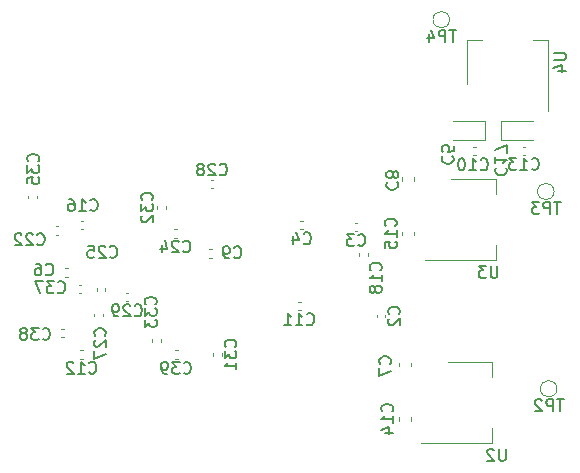
<source format=gbr>
%TF.GenerationSoftware,KiCad,Pcbnew,5.1.8-db9833491~88~ubuntu20.04.1*%
%TF.CreationDate,2021-01-09T17:29:30-05:00*%
%TF.ProjectId,julia_v2.1.0.0,6a756c69-615f-4763-922e-312e302e302e,rev?*%
%TF.SameCoordinates,Original*%
%TF.FileFunction,Legend,Bot*%
%TF.FilePolarity,Positive*%
%FSLAX46Y46*%
G04 Gerber Fmt 4.6, Leading zero omitted, Abs format (unit mm)*
G04 Created by KiCad (PCBNEW 5.1.8-db9833491~88~ubuntu20.04.1) date 2021-01-09 17:29:30*
%MOMM*%
%LPD*%
G01*
G04 APERTURE LIST*
%ADD10C,0.120000*%
%ADD11C,0.150000*%
G04 APERTURE END LIST*
D10*
%TO.C,U4*%
X130090000Y-89990000D02*
X131350000Y-89990000D01*
X136910000Y-89990000D02*
X135650000Y-89990000D01*
X130090000Y-93750000D02*
X130090000Y-89990000D01*
X136910000Y-96000000D02*
X136910000Y-89990000D01*
%TO.C,U3*%
X132510000Y-101790000D02*
X132510000Y-103050000D01*
X132510000Y-108610000D02*
X132510000Y-107350000D01*
X128750000Y-101790000D02*
X132510000Y-101790000D01*
X126500000Y-108610000D02*
X132510000Y-108610000D01*
%TO.C,U2*%
X132210000Y-117290000D02*
X132210000Y-118550000D01*
X132210000Y-124110000D02*
X132210000Y-122850000D01*
X128450000Y-117290000D02*
X132210000Y-117290000D01*
X126200000Y-124110000D02*
X132210000Y-124110000D01*
%TO.C,TP4*%
X128600000Y-88300000D02*
G75*
G03*
X128600000Y-88300000I-700000J0D01*
G01*
%TO.C,TP3*%
X137450000Y-102850000D02*
G75*
G03*
X137450000Y-102850000I-700000J0D01*
G01*
%TO.C,TP2*%
X137700000Y-119550000D02*
G75*
G03*
X137700000Y-119550000I-700000J0D01*
G01*
%TO.C,C39*%
X105607836Y-116290000D02*
X105392164Y-116290000D01*
X105607836Y-117010000D02*
X105392164Y-117010000D01*
%TO.C,C38*%
X95957836Y-114490000D02*
X95742164Y-114490000D01*
X95957836Y-115210000D02*
X95742164Y-115210000D01*
%TO.C,C37*%
X97192164Y-111460000D02*
X97407836Y-111460000D01*
X97192164Y-110740000D02*
X97407836Y-110740000D01*
%TO.C,C35*%
X92940000Y-103192164D02*
X92940000Y-103407836D01*
X93660000Y-103192164D02*
X93660000Y-103407836D01*
%TO.C,C33*%
X104160000Y-115557836D02*
X104160000Y-115342164D01*
X103440000Y-115557836D02*
X103440000Y-115342164D01*
%TO.C,C32*%
X103840000Y-104092164D02*
X103840000Y-104307836D01*
X104560000Y-104092164D02*
X104560000Y-104307836D01*
%TO.C,C31*%
X109310000Y-116757836D02*
X109310000Y-116542164D01*
X108590000Y-116757836D02*
X108590000Y-116542164D01*
%TO.C,C29*%
X101192164Y-112160000D02*
X101407836Y-112160000D01*
X101192164Y-111440000D02*
X101407836Y-111440000D01*
%TO.C,C28*%
X108607836Y-101840000D02*
X108392164Y-101840000D01*
X108607836Y-102560000D02*
X108392164Y-102560000D01*
%TO.C,C27*%
X98540000Y-113192164D02*
X98540000Y-113407836D01*
X99260000Y-113192164D02*
X99260000Y-113407836D01*
%TO.C,C25*%
X98740000Y-111042164D02*
X98740000Y-111257836D01*
X99460000Y-111042164D02*
X99460000Y-111257836D01*
%TO.C,C24*%
X105292164Y-106760000D02*
X105507836Y-106760000D01*
X105292164Y-106040000D02*
X105507836Y-106040000D01*
%TO.C,C22*%
X95457836Y-105790000D02*
X95242164Y-105790000D01*
X95457836Y-106510000D02*
X95242164Y-106510000D01*
%TO.C,C18*%
X121660000Y-108307836D02*
X121660000Y-108092164D01*
X120940000Y-108307836D02*
X120940000Y-108092164D01*
%TO.C,C17*%
X135687500Y-98485000D02*
X132977500Y-98485000D01*
X132977500Y-98485000D02*
X132977500Y-96915000D01*
X132977500Y-96915000D02*
X135687500Y-96915000D01*
%TO.C,C16*%
X97392164Y-106060000D02*
X97607836Y-106060000D01*
X97392164Y-105340000D02*
X97607836Y-105340000D01*
%TO.C,C15*%
X124590000Y-106259420D02*
X124590000Y-106540580D01*
X125610000Y-106259420D02*
X125610000Y-106540580D01*
%TO.C,C14*%
X124290000Y-121959420D02*
X124290000Y-122240580D01*
X125310000Y-121959420D02*
X125310000Y-122240580D01*
%TO.C,C13*%
X134792164Y-99760000D02*
X135007836Y-99760000D01*
X134792164Y-99040000D02*
X135007836Y-99040000D01*
%TO.C,C12*%
X97342164Y-117010000D02*
X97557836Y-117010000D01*
X97342164Y-116290000D02*
X97557836Y-116290000D01*
%TO.C,C11*%
X115772164Y-112910000D02*
X115987836Y-112910000D01*
X115772164Y-112190000D02*
X115987836Y-112190000D01*
%TO.C,C10*%
X130807836Y-99040000D02*
X130592164Y-99040000D01*
X130807836Y-99760000D02*
X130592164Y-99760000D01*
%TO.C,C9*%
X108242164Y-108460000D02*
X108457836Y-108460000D01*
X108242164Y-107740000D02*
X108457836Y-107740000D01*
%TO.C,C8*%
X125610000Y-101940580D02*
X125610000Y-101659420D01*
X124590000Y-101940580D02*
X124590000Y-101659420D01*
%TO.C,C7*%
X125310000Y-117640580D02*
X125310000Y-117359420D01*
X124290000Y-117640580D02*
X124290000Y-117359420D01*
%TO.C,C6*%
X96042164Y-110060000D02*
X96257836Y-110060000D01*
X96042164Y-109340000D02*
X96257836Y-109340000D01*
%TO.C,C5*%
X128900000Y-96915000D02*
X131610000Y-96915000D01*
X131610000Y-96915000D02*
X131610000Y-98485000D01*
X131610000Y-98485000D02*
X128900000Y-98485000D01*
%TO.C,C4*%
X115972164Y-106060000D02*
X116187836Y-106060000D01*
X115972164Y-105340000D02*
X116187836Y-105340000D01*
%TO.C,C3*%
X120592164Y-106210000D02*
X120807836Y-106210000D01*
X120592164Y-105490000D02*
X120807836Y-105490000D01*
%TO.C,C2*%
X123160000Y-113507836D02*
X123160000Y-113292164D01*
X122440000Y-113507836D02*
X122440000Y-113292164D01*
%TO.C,U4*%
D11*
X137452380Y-91138095D02*
X138261904Y-91138095D01*
X138357142Y-91185714D01*
X138404761Y-91233333D01*
X138452380Y-91328571D01*
X138452380Y-91519047D01*
X138404761Y-91614285D01*
X138357142Y-91661904D01*
X138261904Y-91709523D01*
X137452380Y-91709523D01*
X137785714Y-92614285D02*
X138452380Y-92614285D01*
X137404761Y-92376190D02*
X138119047Y-92138095D01*
X138119047Y-92757142D01*
%TO.C,U3*%
X132661904Y-109152380D02*
X132661904Y-109961904D01*
X132614285Y-110057142D01*
X132566666Y-110104761D01*
X132471428Y-110152380D01*
X132280952Y-110152380D01*
X132185714Y-110104761D01*
X132138095Y-110057142D01*
X132090476Y-109961904D01*
X132090476Y-109152380D01*
X131709523Y-109152380D02*
X131090476Y-109152380D01*
X131423809Y-109533333D01*
X131280952Y-109533333D01*
X131185714Y-109580952D01*
X131138095Y-109628571D01*
X131090476Y-109723809D01*
X131090476Y-109961904D01*
X131138095Y-110057142D01*
X131185714Y-110104761D01*
X131280952Y-110152380D01*
X131566666Y-110152380D01*
X131661904Y-110104761D01*
X131709523Y-110057142D01*
%TO.C,U2*%
X133361904Y-124652380D02*
X133361904Y-125461904D01*
X133314285Y-125557142D01*
X133266666Y-125604761D01*
X133171428Y-125652380D01*
X132980952Y-125652380D01*
X132885714Y-125604761D01*
X132838095Y-125557142D01*
X132790476Y-125461904D01*
X132790476Y-124652380D01*
X132361904Y-124747619D02*
X132314285Y-124700000D01*
X132219047Y-124652380D01*
X131980952Y-124652380D01*
X131885714Y-124700000D01*
X131838095Y-124747619D01*
X131790476Y-124842857D01*
X131790476Y-124938095D01*
X131838095Y-125080952D01*
X132409523Y-125652380D01*
X131790476Y-125652380D01*
%TO.C,TP4*%
X129161904Y-89200380D02*
X128590476Y-89200380D01*
X128876190Y-90200380D02*
X128876190Y-89200380D01*
X128257142Y-90200380D02*
X128257142Y-89200380D01*
X127876190Y-89200380D01*
X127780952Y-89248000D01*
X127733333Y-89295619D01*
X127685714Y-89390857D01*
X127685714Y-89533714D01*
X127733333Y-89628952D01*
X127780952Y-89676571D01*
X127876190Y-89724190D01*
X128257142Y-89724190D01*
X126828571Y-89533714D02*
X126828571Y-90200380D01*
X127066666Y-89152761D02*
X127304761Y-89867047D01*
X126685714Y-89867047D01*
%TO.C,TP3*%
X138011904Y-103750380D02*
X137440476Y-103750380D01*
X137726190Y-104750380D02*
X137726190Y-103750380D01*
X137107142Y-104750380D02*
X137107142Y-103750380D01*
X136726190Y-103750380D01*
X136630952Y-103798000D01*
X136583333Y-103845619D01*
X136535714Y-103940857D01*
X136535714Y-104083714D01*
X136583333Y-104178952D01*
X136630952Y-104226571D01*
X136726190Y-104274190D01*
X137107142Y-104274190D01*
X136202380Y-103750380D02*
X135583333Y-103750380D01*
X135916666Y-104131333D01*
X135773809Y-104131333D01*
X135678571Y-104178952D01*
X135630952Y-104226571D01*
X135583333Y-104321809D01*
X135583333Y-104559904D01*
X135630952Y-104655142D01*
X135678571Y-104702761D01*
X135773809Y-104750380D01*
X136059523Y-104750380D01*
X136154761Y-104702761D01*
X136202380Y-104655142D01*
%TO.C,TP2*%
X138261904Y-120450380D02*
X137690476Y-120450380D01*
X137976190Y-121450380D02*
X137976190Y-120450380D01*
X137357142Y-121450380D02*
X137357142Y-120450380D01*
X136976190Y-120450380D01*
X136880952Y-120498000D01*
X136833333Y-120545619D01*
X136785714Y-120640857D01*
X136785714Y-120783714D01*
X136833333Y-120878952D01*
X136880952Y-120926571D01*
X136976190Y-120974190D01*
X137357142Y-120974190D01*
X136404761Y-120545619D02*
X136357142Y-120498000D01*
X136261904Y-120450380D01*
X136023809Y-120450380D01*
X135928571Y-120498000D01*
X135880952Y-120545619D01*
X135833333Y-120640857D01*
X135833333Y-120736095D01*
X135880952Y-120878952D01*
X136452380Y-121450380D01*
X135833333Y-121450380D01*
%TO.C,C39*%
X106092857Y-118207142D02*
X106140476Y-118254761D01*
X106283333Y-118302380D01*
X106378571Y-118302380D01*
X106521428Y-118254761D01*
X106616666Y-118159523D01*
X106664285Y-118064285D01*
X106711904Y-117873809D01*
X106711904Y-117730952D01*
X106664285Y-117540476D01*
X106616666Y-117445238D01*
X106521428Y-117350000D01*
X106378571Y-117302380D01*
X106283333Y-117302380D01*
X106140476Y-117350000D01*
X106092857Y-117397619D01*
X105759523Y-117302380D02*
X105140476Y-117302380D01*
X105473809Y-117683333D01*
X105330952Y-117683333D01*
X105235714Y-117730952D01*
X105188095Y-117778571D01*
X105140476Y-117873809D01*
X105140476Y-118111904D01*
X105188095Y-118207142D01*
X105235714Y-118254761D01*
X105330952Y-118302380D01*
X105616666Y-118302380D01*
X105711904Y-118254761D01*
X105759523Y-118207142D01*
X104664285Y-118302380D02*
X104473809Y-118302380D01*
X104378571Y-118254761D01*
X104330952Y-118207142D01*
X104235714Y-118064285D01*
X104188095Y-117873809D01*
X104188095Y-117492857D01*
X104235714Y-117397619D01*
X104283333Y-117350000D01*
X104378571Y-117302380D01*
X104569047Y-117302380D01*
X104664285Y-117350000D01*
X104711904Y-117397619D01*
X104759523Y-117492857D01*
X104759523Y-117730952D01*
X104711904Y-117826190D01*
X104664285Y-117873809D01*
X104569047Y-117921428D01*
X104378571Y-117921428D01*
X104283333Y-117873809D01*
X104235714Y-117826190D01*
X104188095Y-117730952D01*
%TO.C,C38*%
X94142857Y-115307142D02*
X94190476Y-115354761D01*
X94333333Y-115402380D01*
X94428571Y-115402380D01*
X94571428Y-115354761D01*
X94666666Y-115259523D01*
X94714285Y-115164285D01*
X94761904Y-114973809D01*
X94761904Y-114830952D01*
X94714285Y-114640476D01*
X94666666Y-114545238D01*
X94571428Y-114450000D01*
X94428571Y-114402380D01*
X94333333Y-114402380D01*
X94190476Y-114450000D01*
X94142857Y-114497619D01*
X93809523Y-114402380D02*
X93190476Y-114402380D01*
X93523809Y-114783333D01*
X93380952Y-114783333D01*
X93285714Y-114830952D01*
X93238095Y-114878571D01*
X93190476Y-114973809D01*
X93190476Y-115211904D01*
X93238095Y-115307142D01*
X93285714Y-115354761D01*
X93380952Y-115402380D01*
X93666666Y-115402380D01*
X93761904Y-115354761D01*
X93809523Y-115307142D01*
X92619047Y-114830952D02*
X92714285Y-114783333D01*
X92761904Y-114735714D01*
X92809523Y-114640476D01*
X92809523Y-114592857D01*
X92761904Y-114497619D01*
X92714285Y-114450000D01*
X92619047Y-114402380D01*
X92428571Y-114402380D01*
X92333333Y-114450000D01*
X92285714Y-114497619D01*
X92238095Y-114592857D01*
X92238095Y-114640476D01*
X92285714Y-114735714D01*
X92333333Y-114783333D01*
X92428571Y-114830952D01*
X92619047Y-114830952D01*
X92714285Y-114878571D01*
X92761904Y-114926190D01*
X92809523Y-115021428D01*
X92809523Y-115211904D01*
X92761904Y-115307142D01*
X92714285Y-115354761D01*
X92619047Y-115402380D01*
X92428571Y-115402380D01*
X92333333Y-115354761D01*
X92285714Y-115307142D01*
X92238095Y-115211904D01*
X92238095Y-115021428D01*
X92285714Y-114926190D01*
X92333333Y-114878571D01*
X92428571Y-114830952D01*
%TO.C,C37*%
X95442857Y-111357142D02*
X95490476Y-111404761D01*
X95633333Y-111452380D01*
X95728571Y-111452380D01*
X95871428Y-111404761D01*
X95966666Y-111309523D01*
X96014285Y-111214285D01*
X96061904Y-111023809D01*
X96061904Y-110880952D01*
X96014285Y-110690476D01*
X95966666Y-110595238D01*
X95871428Y-110500000D01*
X95728571Y-110452380D01*
X95633333Y-110452380D01*
X95490476Y-110500000D01*
X95442857Y-110547619D01*
X95109523Y-110452380D02*
X94490476Y-110452380D01*
X94823809Y-110833333D01*
X94680952Y-110833333D01*
X94585714Y-110880952D01*
X94538095Y-110928571D01*
X94490476Y-111023809D01*
X94490476Y-111261904D01*
X94538095Y-111357142D01*
X94585714Y-111404761D01*
X94680952Y-111452380D01*
X94966666Y-111452380D01*
X95061904Y-111404761D01*
X95109523Y-111357142D01*
X94157142Y-110452380D02*
X93490476Y-110452380D01*
X93919047Y-111452380D01*
%TO.C,C35*%
X93757142Y-100307142D02*
X93804761Y-100259523D01*
X93852380Y-100116666D01*
X93852380Y-100021428D01*
X93804761Y-99878571D01*
X93709523Y-99783333D01*
X93614285Y-99735714D01*
X93423809Y-99688095D01*
X93280952Y-99688095D01*
X93090476Y-99735714D01*
X92995238Y-99783333D01*
X92900000Y-99878571D01*
X92852380Y-100021428D01*
X92852380Y-100116666D01*
X92900000Y-100259523D01*
X92947619Y-100307142D01*
X92852380Y-100640476D02*
X92852380Y-101259523D01*
X93233333Y-100926190D01*
X93233333Y-101069047D01*
X93280952Y-101164285D01*
X93328571Y-101211904D01*
X93423809Y-101259523D01*
X93661904Y-101259523D01*
X93757142Y-101211904D01*
X93804761Y-101164285D01*
X93852380Y-101069047D01*
X93852380Y-100783333D01*
X93804761Y-100688095D01*
X93757142Y-100640476D01*
X92852380Y-102164285D02*
X92852380Y-101688095D01*
X93328571Y-101640476D01*
X93280952Y-101688095D01*
X93233333Y-101783333D01*
X93233333Y-102021428D01*
X93280952Y-102116666D01*
X93328571Y-102164285D01*
X93423809Y-102211904D01*
X93661904Y-102211904D01*
X93757142Y-102164285D01*
X93804761Y-102116666D01*
X93852380Y-102021428D01*
X93852380Y-101783333D01*
X93804761Y-101688095D01*
X93757142Y-101640476D01*
%TO.C,C33*%
X103707142Y-112407142D02*
X103754761Y-112359523D01*
X103802380Y-112216666D01*
X103802380Y-112121428D01*
X103754761Y-111978571D01*
X103659523Y-111883333D01*
X103564285Y-111835714D01*
X103373809Y-111788095D01*
X103230952Y-111788095D01*
X103040476Y-111835714D01*
X102945238Y-111883333D01*
X102850000Y-111978571D01*
X102802380Y-112121428D01*
X102802380Y-112216666D01*
X102850000Y-112359523D01*
X102897619Y-112407142D01*
X102802380Y-112740476D02*
X102802380Y-113359523D01*
X103183333Y-113026190D01*
X103183333Y-113169047D01*
X103230952Y-113264285D01*
X103278571Y-113311904D01*
X103373809Y-113359523D01*
X103611904Y-113359523D01*
X103707142Y-113311904D01*
X103754761Y-113264285D01*
X103802380Y-113169047D01*
X103802380Y-112883333D01*
X103754761Y-112788095D01*
X103707142Y-112740476D01*
X102802380Y-113692857D02*
X102802380Y-114311904D01*
X103183333Y-113978571D01*
X103183333Y-114121428D01*
X103230952Y-114216666D01*
X103278571Y-114264285D01*
X103373809Y-114311904D01*
X103611904Y-114311904D01*
X103707142Y-114264285D01*
X103754761Y-114216666D01*
X103802380Y-114121428D01*
X103802380Y-113835714D01*
X103754761Y-113740476D01*
X103707142Y-113692857D01*
%TO.C,C32*%
X103397142Y-103557142D02*
X103444761Y-103509523D01*
X103492380Y-103366666D01*
X103492380Y-103271428D01*
X103444761Y-103128571D01*
X103349523Y-103033333D01*
X103254285Y-102985714D01*
X103063809Y-102938095D01*
X102920952Y-102938095D01*
X102730476Y-102985714D01*
X102635238Y-103033333D01*
X102540000Y-103128571D01*
X102492380Y-103271428D01*
X102492380Y-103366666D01*
X102540000Y-103509523D01*
X102587619Y-103557142D01*
X102492380Y-103890476D02*
X102492380Y-104509523D01*
X102873333Y-104176190D01*
X102873333Y-104319047D01*
X102920952Y-104414285D01*
X102968571Y-104461904D01*
X103063809Y-104509523D01*
X103301904Y-104509523D01*
X103397142Y-104461904D01*
X103444761Y-104414285D01*
X103492380Y-104319047D01*
X103492380Y-104033333D01*
X103444761Y-103938095D01*
X103397142Y-103890476D01*
X102587619Y-104890476D02*
X102540000Y-104938095D01*
X102492380Y-105033333D01*
X102492380Y-105271428D01*
X102540000Y-105366666D01*
X102587619Y-105414285D01*
X102682857Y-105461904D01*
X102778095Y-105461904D01*
X102920952Y-105414285D01*
X103492380Y-104842857D01*
X103492380Y-105461904D01*
%TO.C,C31*%
X110467142Y-116007142D02*
X110514761Y-115959523D01*
X110562380Y-115816666D01*
X110562380Y-115721428D01*
X110514761Y-115578571D01*
X110419523Y-115483333D01*
X110324285Y-115435714D01*
X110133809Y-115388095D01*
X109990952Y-115388095D01*
X109800476Y-115435714D01*
X109705238Y-115483333D01*
X109610000Y-115578571D01*
X109562380Y-115721428D01*
X109562380Y-115816666D01*
X109610000Y-115959523D01*
X109657619Y-116007142D01*
X109562380Y-116340476D02*
X109562380Y-116959523D01*
X109943333Y-116626190D01*
X109943333Y-116769047D01*
X109990952Y-116864285D01*
X110038571Y-116911904D01*
X110133809Y-116959523D01*
X110371904Y-116959523D01*
X110467142Y-116911904D01*
X110514761Y-116864285D01*
X110562380Y-116769047D01*
X110562380Y-116483333D01*
X110514761Y-116388095D01*
X110467142Y-116340476D01*
X110562380Y-117911904D02*
X110562380Y-117340476D01*
X110562380Y-117626190D02*
X109562380Y-117626190D01*
X109705238Y-117530952D01*
X109800476Y-117435714D01*
X109848095Y-117340476D01*
%TO.C,C29*%
X101942857Y-113317142D02*
X101990476Y-113364761D01*
X102133333Y-113412380D01*
X102228571Y-113412380D01*
X102371428Y-113364761D01*
X102466666Y-113269523D01*
X102514285Y-113174285D01*
X102561904Y-112983809D01*
X102561904Y-112840952D01*
X102514285Y-112650476D01*
X102466666Y-112555238D01*
X102371428Y-112460000D01*
X102228571Y-112412380D01*
X102133333Y-112412380D01*
X101990476Y-112460000D01*
X101942857Y-112507619D01*
X101561904Y-112507619D02*
X101514285Y-112460000D01*
X101419047Y-112412380D01*
X101180952Y-112412380D01*
X101085714Y-112460000D01*
X101038095Y-112507619D01*
X100990476Y-112602857D01*
X100990476Y-112698095D01*
X101038095Y-112840952D01*
X101609523Y-113412380D01*
X100990476Y-113412380D01*
X100514285Y-113412380D02*
X100323809Y-113412380D01*
X100228571Y-113364761D01*
X100180952Y-113317142D01*
X100085714Y-113174285D01*
X100038095Y-112983809D01*
X100038095Y-112602857D01*
X100085714Y-112507619D01*
X100133333Y-112460000D01*
X100228571Y-112412380D01*
X100419047Y-112412380D01*
X100514285Y-112460000D01*
X100561904Y-112507619D01*
X100609523Y-112602857D01*
X100609523Y-112840952D01*
X100561904Y-112936190D01*
X100514285Y-112983809D01*
X100419047Y-113031428D01*
X100228571Y-113031428D01*
X100133333Y-112983809D01*
X100085714Y-112936190D01*
X100038095Y-112840952D01*
%TO.C,C28*%
X109142857Y-101397142D02*
X109190476Y-101444761D01*
X109333333Y-101492380D01*
X109428571Y-101492380D01*
X109571428Y-101444761D01*
X109666666Y-101349523D01*
X109714285Y-101254285D01*
X109761904Y-101063809D01*
X109761904Y-100920952D01*
X109714285Y-100730476D01*
X109666666Y-100635238D01*
X109571428Y-100540000D01*
X109428571Y-100492380D01*
X109333333Y-100492380D01*
X109190476Y-100540000D01*
X109142857Y-100587619D01*
X108761904Y-100587619D02*
X108714285Y-100540000D01*
X108619047Y-100492380D01*
X108380952Y-100492380D01*
X108285714Y-100540000D01*
X108238095Y-100587619D01*
X108190476Y-100682857D01*
X108190476Y-100778095D01*
X108238095Y-100920952D01*
X108809523Y-101492380D01*
X108190476Y-101492380D01*
X107619047Y-100920952D02*
X107714285Y-100873333D01*
X107761904Y-100825714D01*
X107809523Y-100730476D01*
X107809523Y-100682857D01*
X107761904Y-100587619D01*
X107714285Y-100540000D01*
X107619047Y-100492380D01*
X107428571Y-100492380D01*
X107333333Y-100540000D01*
X107285714Y-100587619D01*
X107238095Y-100682857D01*
X107238095Y-100730476D01*
X107285714Y-100825714D01*
X107333333Y-100873333D01*
X107428571Y-100920952D01*
X107619047Y-100920952D01*
X107714285Y-100968571D01*
X107761904Y-101016190D01*
X107809523Y-101111428D01*
X107809523Y-101301904D01*
X107761904Y-101397142D01*
X107714285Y-101444761D01*
X107619047Y-101492380D01*
X107428571Y-101492380D01*
X107333333Y-101444761D01*
X107285714Y-101397142D01*
X107238095Y-101301904D01*
X107238095Y-101111428D01*
X107285714Y-101016190D01*
X107333333Y-100968571D01*
X107428571Y-100920952D01*
%TO.C,C27*%
X99407142Y-115057142D02*
X99454761Y-115009523D01*
X99502380Y-114866666D01*
X99502380Y-114771428D01*
X99454761Y-114628571D01*
X99359523Y-114533333D01*
X99264285Y-114485714D01*
X99073809Y-114438095D01*
X98930952Y-114438095D01*
X98740476Y-114485714D01*
X98645238Y-114533333D01*
X98550000Y-114628571D01*
X98502380Y-114771428D01*
X98502380Y-114866666D01*
X98550000Y-115009523D01*
X98597619Y-115057142D01*
X98597619Y-115438095D02*
X98550000Y-115485714D01*
X98502380Y-115580952D01*
X98502380Y-115819047D01*
X98550000Y-115914285D01*
X98597619Y-115961904D01*
X98692857Y-116009523D01*
X98788095Y-116009523D01*
X98930952Y-115961904D01*
X99502380Y-115390476D01*
X99502380Y-116009523D01*
X98502380Y-116342857D02*
X98502380Y-117009523D01*
X99502380Y-116580952D01*
%TO.C,C25*%
X99842857Y-108357142D02*
X99890476Y-108404761D01*
X100033333Y-108452380D01*
X100128571Y-108452380D01*
X100271428Y-108404761D01*
X100366666Y-108309523D01*
X100414285Y-108214285D01*
X100461904Y-108023809D01*
X100461904Y-107880952D01*
X100414285Y-107690476D01*
X100366666Y-107595238D01*
X100271428Y-107500000D01*
X100128571Y-107452380D01*
X100033333Y-107452380D01*
X99890476Y-107500000D01*
X99842857Y-107547619D01*
X99461904Y-107547619D02*
X99414285Y-107500000D01*
X99319047Y-107452380D01*
X99080952Y-107452380D01*
X98985714Y-107500000D01*
X98938095Y-107547619D01*
X98890476Y-107642857D01*
X98890476Y-107738095D01*
X98938095Y-107880952D01*
X99509523Y-108452380D01*
X98890476Y-108452380D01*
X97985714Y-107452380D02*
X98461904Y-107452380D01*
X98509523Y-107928571D01*
X98461904Y-107880952D01*
X98366666Y-107833333D01*
X98128571Y-107833333D01*
X98033333Y-107880952D01*
X97985714Y-107928571D01*
X97938095Y-108023809D01*
X97938095Y-108261904D01*
X97985714Y-108357142D01*
X98033333Y-108404761D01*
X98128571Y-108452380D01*
X98366666Y-108452380D01*
X98461904Y-108404761D01*
X98509523Y-108357142D01*
%TO.C,C24*%
X106042857Y-107917142D02*
X106090476Y-107964761D01*
X106233333Y-108012380D01*
X106328571Y-108012380D01*
X106471428Y-107964761D01*
X106566666Y-107869523D01*
X106614285Y-107774285D01*
X106661904Y-107583809D01*
X106661904Y-107440952D01*
X106614285Y-107250476D01*
X106566666Y-107155238D01*
X106471428Y-107060000D01*
X106328571Y-107012380D01*
X106233333Y-107012380D01*
X106090476Y-107060000D01*
X106042857Y-107107619D01*
X105661904Y-107107619D02*
X105614285Y-107060000D01*
X105519047Y-107012380D01*
X105280952Y-107012380D01*
X105185714Y-107060000D01*
X105138095Y-107107619D01*
X105090476Y-107202857D01*
X105090476Y-107298095D01*
X105138095Y-107440952D01*
X105709523Y-108012380D01*
X105090476Y-108012380D01*
X104233333Y-107345714D02*
X104233333Y-108012380D01*
X104471428Y-106964761D02*
X104709523Y-107679047D01*
X104090476Y-107679047D01*
%TO.C,C22*%
X93692857Y-107307142D02*
X93740476Y-107354761D01*
X93883333Y-107402380D01*
X93978571Y-107402380D01*
X94121428Y-107354761D01*
X94216666Y-107259523D01*
X94264285Y-107164285D01*
X94311904Y-106973809D01*
X94311904Y-106830952D01*
X94264285Y-106640476D01*
X94216666Y-106545238D01*
X94121428Y-106450000D01*
X93978571Y-106402380D01*
X93883333Y-106402380D01*
X93740476Y-106450000D01*
X93692857Y-106497619D01*
X93311904Y-106497619D02*
X93264285Y-106450000D01*
X93169047Y-106402380D01*
X92930952Y-106402380D01*
X92835714Y-106450000D01*
X92788095Y-106497619D01*
X92740476Y-106592857D01*
X92740476Y-106688095D01*
X92788095Y-106830952D01*
X93359523Y-107402380D01*
X92740476Y-107402380D01*
X92359523Y-106497619D02*
X92311904Y-106450000D01*
X92216666Y-106402380D01*
X91978571Y-106402380D01*
X91883333Y-106450000D01*
X91835714Y-106497619D01*
X91788095Y-106592857D01*
X91788095Y-106688095D01*
X91835714Y-106830952D01*
X92407142Y-107402380D01*
X91788095Y-107402380D01*
%TO.C,C18*%
X122757142Y-109507142D02*
X122804761Y-109459523D01*
X122852380Y-109316666D01*
X122852380Y-109221428D01*
X122804761Y-109078571D01*
X122709523Y-108983333D01*
X122614285Y-108935714D01*
X122423809Y-108888095D01*
X122280952Y-108888095D01*
X122090476Y-108935714D01*
X121995238Y-108983333D01*
X121900000Y-109078571D01*
X121852380Y-109221428D01*
X121852380Y-109316666D01*
X121900000Y-109459523D01*
X121947619Y-109507142D01*
X122852380Y-110459523D02*
X122852380Y-109888095D01*
X122852380Y-110173809D02*
X121852380Y-110173809D01*
X121995238Y-110078571D01*
X122090476Y-109983333D01*
X122138095Y-109888095D01*
X122280952Y-111030952D02*
X122233333Y-110935714D01*
X122185714Y-110888095D01*
X122090476Y-110840476D01*
X122042857Y-110840476D01*
X121947619Y-110888095D01*
X121900000Y-110935714D01*
X121852380Y-111030952D01*
X121852380Y-111221428D01*
X121900000Y-111316666D01*
X121947619Y-111364285D01*
X122042857Y-111411904D01*
X122090476Y-111411904D01*
X122185714Y-111364285D01*
X122233333Y-111316666D01*
X122280952Y-111221428D01*
X122280952Y-111030952D01*
X122328571Y-110935714D01*
X122376190Y-110888095D01*
X122471428Y-110840476D01*
X122661904Y-110840476D01*
X122757142Y-110888095D01*
X122804761Y-110935714D01*
X122852380Y-111030952D01*
X122852380Y-111221428D01*
X122804761Y-111316666D01*
X122757142Y-111364285D01*
X122661904Y-111411904D01*
X122471428Y-111411904D01*
X122376190Y-111364285D01*
X122328571Y-111316666D01*
X122280952Y-111221428D01*
%TO.C,C17*%
X132542857Y-100842857D02*
X132495238Y-100890476D01*
X132447619Y-101033333D01*
X132447619Y-101128571D01*
X132495238Y-101271428D01*
X132590476Y-101366666D01*
X132685714Y-101414285D01*
X132876190Y-101461904D01*
X133019047Y-101461904D01*
X133209523Y-101414285D01*
X133304761Y-101366666D01*
X133400000Y-101271428D01*
X133447619Y-101128571D01*
X133447619Y-101033333D01*
X133400000Y-100890476D01*
X133352380Y-100842857D01*
X132447619Y-99890476D02*
X132447619Y-100461904D01*
X132447619Y-100176190D02*
X133447619Y-100176190D01*
X133304761Y-100271428D01*
X133209523Y-100366666D01*
X133161904Y-100461904D01*
X133447619Y-99557142D02*
X133447619Y-98890476D01*
X132447619Y-99319047D01*
%TO.C,C16*%
X98192857Y-104407142D02*
X98240476Y-104454761D01*
X98383333Y-104502380D01*
X98478571Y-104502380D01*
X98621428Y-104454761D01*
X98716666Y-104359523D01*
X98764285Y-104264285D01*
X98811904Y-104073809D01*
X98811904Y-103930952D01*
X98764285Y-103740476D01*
X98716666Y-103645238D01*
X98621428Y-103550000D01*
X98478571Y-103502380D01*
X98383333Y-103502380D01*
X98240476Y-103550000D01*
X98192857Y-103597619D01*
X97240476Y-104502380D02*
X97811904Y-104502380D01*
X97526190Y-104502380D02*
X97526190Y-103502380D01*
X97621428Y-103645238D01*
X97716666Y-103740476D01*
X97811904Y-103788095D01*
X96383333Y-103502380D02*
X96573809Y-103502380D01*
X96669047Y-103550000D01*
X96716666Y-103597619D01*
X96811904Y-103740476D01*
X96859523Y-103930952D01*
X96859523Y-104311904D01*
X96811904Y-104407142D01*
X96764285Y-104454761D01*
X96669047Y-104502380D01*
X96478571Y-104502380D01*
X96383333Y-104454761D01*
X96335714Y-104407142D01*
X96288095Y-104311904D01*
X96288095Y-104073809D01*
X96335714Y-103978571D01*
X96383333Y-103930952D01*
X96478571Y-103883333D01*
X96669047Y-103883333D01*
X96764285Y-103930952D01*
X96811904Y-103978571D01*
X96859523Y-104073809D01*
%TO.C,C15*%
X124027142Y-105757142D02*
X124074761Y-105709523D01*
X124122380Y-105566666D01*
X124122380Y-105471428D01*
X124074761Y-105328571D01*
X123979523Y-105233333D01*
X123884285Y-105185714D01*
X123693809Y-105138095D01*
X123550952Y-105138095D01*
X123360476Y-105185714D01*
X123265238Y-105233333D01*
X123170000Y-105328571D01*
X123122380Y-105471428D01*
X123122380Y-105566666D01*
X123170000Y-105709523D01*
X123217619Y-105757142D01*
X124122380Y-106709523D02*
X124122380Y-106138095D01*
X124122380Y-106423809D02*
X123122380Y-106423809D01*
X123265238Y-106328571D01*
X123360476Y-106233333D01*
X123408095Y-106138095D01*
X123122380Y-107614285D02*
X123122380Y-107138095D01*
X123598571Y-107090476D01*
X123550952Y-107138095D01*
X123503333Y-107233333D01*
X123503333Y-107471428D01*
X123550952Y-107566666D01*
X123598571Y-107614285D01*
X123693809Y-107661904D01*
X123931904Y-107661904D01*
X124027142Y-107614285D01*
X124074761Y-107566666D01*
X124122380Y-107471428D01*
X124122380Y-107233333D01*
X124074761Y-107138095D01*
X124027142Y-107090476D01*
%TO.C,C14*%
X123727142Y-121457142D02*
X123774761Y-121409523D01*
X123822380Y-121266666D01*
X123822380Y-121171428D01*
X123774761Y-121028571D01*
X123679523Y-120933333D01*
X123584285Y-120885714D01*
X123393809Y-120838095D01*
X123250952Y-120838095D01*
X123060476Y-120885714D01*
X122965238Y-120933333D01*
X122870000Y-121028571D01*
X122822380Y-121171428D01*
X122822380Y-121266666D01*
X122870000Y-121409523D01*
X122917619Y-121457142D01*
X123822380Y-122409523D02*
X123822380Y-121838095D01*
X123822380Y-122123809D02*
X122822380Y-122123809D01*
X122965238Y-122028571D01*
X123060476Y-121933333D01*
X123108095Y-121838095D01*
X123155714Y-123266666D02*
X123822380Y-123266666D01*
X122774761Y-123028571D02*
X123489047Y-122790476D01*
X123489047Y-123409523D01*
%TO.C,C13*%
X135542857Y-100917142D02*
X135590476Y-100964761D01*
X135733333Y-101012380D01*
X135828571Y-101012380D01*
X135971428Y-100964761D01*
X136066666Y-100869523D01*
X136114285Y-100774285D01*
X136161904Y-100583809D01*
X136161904Y-100440952D01*
X136114285Y-100250476D01*
X136066666Y-100155238D01*
X135971428Y-100060000D01*
X135828571Y-100012380D01*
X135733333Y-100012380D01*
X135590476Y-100060000D01*
X135542857Y-100107619D01*
X134590476Y-101012380D02*
X135161904Y-101012380D01*
X134876190Y-101012380D02*
X134876190Y-100012380D01*
X134971428Y-100155238D01*
X135066666Y-100250476D01*
X135161904Y-100298095D01*
X134257142Y-100012380D02*
X133638095Y-100012380D01*
X133971428Y-100393333D01*
X133828571Y-100393333D01*
X133733333Y-100440952D01*
X133685714Y-100488571D01*
X133638095Y-100583809D01*
X133638095Y-100821904D01*
X133685714Y-100917142D01*
X133733333Y-100964761D01*
X133828571Y-101012380D01*
X134114285Y-101012380D01*
X134209523Y-100964761D01*
X134257142Y-100917142D01*
%TO.C,C12*%
X98092857Y-118167142D02*
X98140476Y-118214761D01*
X98283333Y-118262380D01*
X98378571Y-118262380D01*
X98521428Y-118214761D01*
X98616666Y-118119523D01*
X98664285Y-118024285D01*
X98711904Y-117833809D01*
X98711904Y-117690952D01*
X98664285Y-117500476D01*
X98616666Y-117405238D01*
X98521428Y-117310000D01*
X98378571Y-117262380D01*
X98283333Y-117262380D01*
X98140476Y-117310000D01*
X98092857Y-117357619D01*
X97140476Y-118262380D02*
X97711904Y-118262380D01*
X97426190Y-118262380D02*
X97426190Y-117262380D01*
X97521428Y-117405238D01*
X97616666Y-117500476D01*
X97711904Y-117548095D01*
X96759523Y-117357619D02*
X96711904Y-117310000D01*
X96616666Y-117262380D01*
X96378571Y-117262380D01*
X96283333Y-117310000D01*
X96235714Y-117357619D01*
X96188095Y-117452857D01*
X96188095Y-117548095D01*
X96235714Y-117690952D01*
X96807142Y-118262380D01*
X96188095Y-118262380D01*
%TO.C,C11*%
X116522857Y-114067142D02*
X116570476Y-114114761D01*
X116713333Y-114162380D01*
X116808571Y-114162380D01*
X116951428Y-114114761D01*
X117046666Y-114019523D01*
X117094285Y-113924285D01*
X117141904Y-113733809D01*
X117141904Y-113590952D01*
X117094285Y-113400476D01*
X117046666Y-113305238D01*
X116951428Y-113210000D01*
X116808571Y-113162380D01*
X116713333Y-113162380D01*
X116570476Y-113210000D01*
X116522857Y-113257619D01*
X115570476Y-114162380D02*
X116141904Y-114162380D01*
X115856190Y-114162380D02*
X115856190Y-113162380D01*
X115951428Y-113305238D01*
X116046666Y-113400476D01*
X116141904Y-113448095D01*
X114618095Y-114162380D02*
X115189523Y-114162380D01*
X114903809Y-114162380D02*
X114903809Y-113162380D01*
X114999047Y-113305238D01*
X115094285Y-113400476D01*
X115189523Y-113448095D01*
%TO.C,C10*%
X131242857Y-100957142D02*
X131290476Y-101004761D01*
X131433333Y-101052380D01*
X131528571Y-101052380D01*
X131671428Y-101004761D01*
X131766666Y-100909523D01*
X131814285Y-100814285D01*
X131861904Y-100623809D01*
X131861904Y-100480952D01*
X131814285Y-100290476D01*
X131766666Y-100195238D01*
X131671428Y-100100000D01*
X131528571Y-100052380D01*
X131433333Y-100052380D01*
X131290476Y-100100000D01*
X131242857Y-100147619D01*
X130290476Y-101052380D02*
X130861904Y-101052380D01*
X130576190Y-101052380D02*
X130576190Y-100052380D01*
X130671428Y-100195238D01*
X130766666Y-100290476D01*
X130861904Y-100338095D01*
X129671428Y-100052380D02*
X129576190Y-100052380D01*
X129480952Y-100100000D01*
X129433333Y-100147619D01*
X129385714Y-100242857D01*
X129338095Y-100433333D01*
X129338095Y-100671428D01*
X129385714Y-100861904D01*
X129433333Y-100957142D01*
X129480952Y-101004761D01*
X129576190Y-101052380D01*
X129671428Y-101052380D01*
X129766666Y-101004761D01*
X129814285Y-100957142D01*
X129861904Y-100861904D01*
X129909523Y-100671428D01*
X129909523Y-100433333D01*
X129861904Y-100242857D01*
X129814285Y-100147619D01*
X129766666Y-100100000D01*
X129671428Y-100052380D01*
%TO.C,C9*%
X110366666Y-108407142D02*
X110414285Y-108454761D01*
X110557142Y-108502380D01*
X110652380Y-108502380D01*
X110795238Y-108454761D01*
X110890476Y-108359523D01*
X110938095Y-108264285D01*
X110985714Y-108073809D01*
X110985714Y-107930952D01*
X110938095Y-107740476D01*
X110890476Y-107645238D01*
X110795238Y-107550000D01*
X110652380Y-107502380D01*
X110557142Y-107502380D01*
X110414285Y-107550000D01*
X110366666Y-107597619D01*
X109890476Y-108502380D02*
X109700000Y-108502380D01*
X109604761Y-108454761D01*
X109557142Y-108407142D01*
X109461904Y-108264285D01*
X109414285Y-108073809D01*
X109414285Y-107692857D01*
X109461904Y-107597619D01*
X109509523Y-107550000D01*
X109604761Y-107502380D01*
X109795238Y-107502380D01*
X109890476Y-107550000D01*
X109938095Y-107597619D01*
X109985714Y-107692857D01*
X109985714Y-107930952D01*
X109938095Y-108026190D01*
X109890476Y-108073809D01*
X109795238Y-108121428D01*
X109604761Y-108121428D01*
X109509523Y-108073809D01*
X109461904Y-108026190D01*
X109414285Y-107930952D01*
%TO.C,C8*%
X123342857Y-102066666D02*
X123295238Y-102114285D01*
X123247619Y-102257142D01*
X123247619Y-102352380D01*
X123295238Y-102495238D01*
X123390476Y-102590476D01*
X123485714Y-102638095D01*
X123676190Y-102685714D01*
X123819047Y-102685714D01*
X124009523Y-102638095D01*
X124104761Y-102590476D01*
X124200000Y-102495238D01*
X124247619Y-102352380D01*
X124247619Y-102257142D01*
X124200000Y-102114285D01*
X124152380Y-102066666D01*
X123819047Y-101495238D02*
X123866666Y-101590476D01*
X123914285Y-101638095D01*
X124009523Y-101685714D01*
X124057142Y-101685714D01*
X124152380Y-101638095D01*
X124200000Y-101590476D01*
X124247619Y-101495238D01*
X124247619Y-101304761D01*
X124200000Y-101209523D01*
X124152380Y-101161904D01*
X124057142Y-101114285D01*
X124009523Y-101114285D01*
X123914285Y-101161904D01*
X123866666Y-101209523D01*
X123819047Y-101304761D01*
X123819047Y-101495238D01*
X123771428Y-101590476D01*
X123723809Y-101638095D01*
X123628571Y-101685714D01*
X123438095Y-101685714D01*
X123342857Y-101638095D01*
X123295238Y-101590476D01*
X123247619Y-101495238D01*
X123247619Y-101304761D01*
X123295238Y-101209523D01*
X123342857Y-101161904D01*
X123438095Y-101114285D01*
X123628571Y-101114285D01*
X123723809Y-101161904D01*
X123771428Y-101209523D01*
X123819047Y-101304761D01*
%TO.C,C7*%
X123557142Y-117433333D02*
X123604761Y-117385714D01*
X123652380Y-117242857D01*
X123652380Y-117147619D01*
X123604761Y-117004761D01*
X123509523Y-116909523D01*
X123414285Y-116861904D01*
X123223809Y-116814285D01*
X123080952Y-116814285D01*
X122890476Y-116861904D01*
X122795238Y-116909523D01*
X122700000Y-117004761D01*
X122652380Y-117147619D01*
X122652380Y-117242857D01*
X122700000Y-117385714D01*
X122747619Y-117433333D01*
X122652380Y-117766666D02*
X122652380Y-118433333D01*
X123652380Y-118004761D01*
%TO.C,C6*%
X94416666Y-109857142D02*
X94464285Y-109904761D01*
X94607142Y-109952380D01*
X94702380Y-109952380D01*
X94845238Y-109904761D01*
X94940476Y-109809523D01*
X94988095Y-109714285D01*
X95035714Y-109523809D01*
X95035714Y-109380952D01*
X94988095Y-109190476D01*
X94940476Y-109095238D01*
X94845238Y-109000000D01*
X94702380Y-108952380D01*
X94607142Y-108952380D01*
X94464285Y-109000000D01*
X94416666Y-109047619D01*
X93559523Y-108952380D02*
X93750000Y-108952380D01*
X93845238Y-109000000D01*
X93892857Y-109047619D01*
X93988095Y-109190476D01*
X94035714Y-109380952D01*
X94035714Y-109761904D01*
X93988095Y-109857142D01*
X93940476Y-109904761D01*
X93845238Y-109952380D01*
X93654761Y-109952380D01*
X93559523Y-109904761D01*
X93511904Y-109857142D01*
X93464285Y-109761904D01*
X93464285Y-109523809D01*
X93511904Y-109428571D01*
X93559523Y-109380952D01*
X93654761Y-109333333D01*
X93845238Y-109333333D01*
X93940476Y-109380952D01*
X93988095Y-109428571D01*
X94035714Y-109523809D01*
%TO.C,C5*%
X128042857Y-99866666D02*
X127995238Y-99914285D01*
X127947619Y-100057142D01*
X127947619Y-100152380D01*
X127995238Y-100295238D01*
X128090476Y-100390476D01*
X128185714Y-100438095D01*
X128376190Y-100485714D01*
X128519047Y-100485714D01*
X128709523Y-100438095D01*
X128804761Y-100390476D01*
X128900000Y-100295238D01*
X128947619Y-100152380D01*
X128947619Y-100057142D01*
X128900000Y-99914285D01*
X128852380Y-99866666D01*
X128947619Y-98961904D02*
X128947619Y-99438095D01*
X128471428Y-99485714D01*
X128519047Y-99438095D01*
X128566666Y-99342857D01*
X128566666Y-99104761D01*
X128519047Y-99009523D01*
X128471428Y-98961904D01*
X128376190Y-98914285D01*
X128138095Y-98914285D01*
X128042857Y-98961904D01*
X127995238Y-99009523D01*
X127947619Y-99104761D01*
X127947619Y-99342857D01*
X127995238Y-99438095D01*
X128042857Y-99485714D01*
%TO.C,C4*%
X116246666Y-107217142D02*
X116294285Y-107264761D01*
X116437142Y-107312380D01*
X116532380Y-107312380D01*
X116675238Y-107264761D01*
X116770476Y-107169523D01*
X116818095Y-107074285D01*
X116865714Y-106883809D01*
X116865714Y-106740952D01*
X116818095Y-106550476D01*
X116770476Y-106455238D01*
X116675238Y-106360000D01*
X116532380Y-106312380D01*
X116437142Y-106312380D01*
X116294285Y-106360000D01*
X116246666Y-106407619D01*
X115389523Y-106645714D02*
X115389523Y-107312380D01*
X115627619Y-106264761D02*
X115865714Y-106979047D01*
X115246666Y-106979047D01*
%TO.C,C3*%
X120866666Y-107367142D02*
X120914285Y-107414761D01*
X121057142Y-107462380D01*
X121152380Y-107462380D01*
X121295238Y-107414761D01*
X121390476Y-107319523D01*
X121438095Y-107224285D01*
X121485714Y-107033809D01*
X121485714Y-106890952D01*
X121438095Y-106700476D01*
X121390476Y-106605238D01*
X121295238Y-106510000D01*
X121152380Y-106462380D01*
X121057142Y-106462380D01*
X120914285Y-106510000D01*
X120866666Y-106557619D01*
X120533333Y-106462380D02*
X119914285Y-106462380D01*
X120247619Y-106843333D01*
X120104761Y-106843333D01*
X120009523Y-106890952D01*
X119961904Y-106938571D01*
X119914285Y-107033809D01*
X119914285Y-107271904D01*
X119961904Y-107367142D01*
X120009523Y-107414761D01*
X120104761Y-107462380D01*
X120390476Y-107462380D01*
X120485714Y-107414761D01*
X120533333Y-107367142D01*
%TO.C,C2*%
X124317142Y-113233333D02*
X124364761Y-113185714D01*
X124412380Y-113042857D01*
X124412380Y-112947619D01*
X124364761Y-112804761D01*
X124269523Y-112709523D01*
X124174285Y-112661904D01*
X123983809Y-112614285D01*
X123840952Y-112614285D01*
X123650476Y-112661904D01*
X123555238Y-112709523D01*
X123460000Y-112804761D01*
X123412380Y-112947619D01*
X123412380Y-113042857D01*
X123460000Y-113185714D01*
X123507619Y-113233333D01*
X123507619Y-113614285D02*
X123460000Y-113661904D01*
X123412380Y-113757142D01*
X123412380Y-113995238D01*
X123460000Y-114090476D01*
X123507619Y-114138095D01*
X123602857Y-114185714D01*
X123698095Y-114185714D01*
X123840952Y-114138095D01*
X124412380Y-113566666D01*
X124412380Y-114185714D01*
%TD*%
M02*

</source>
